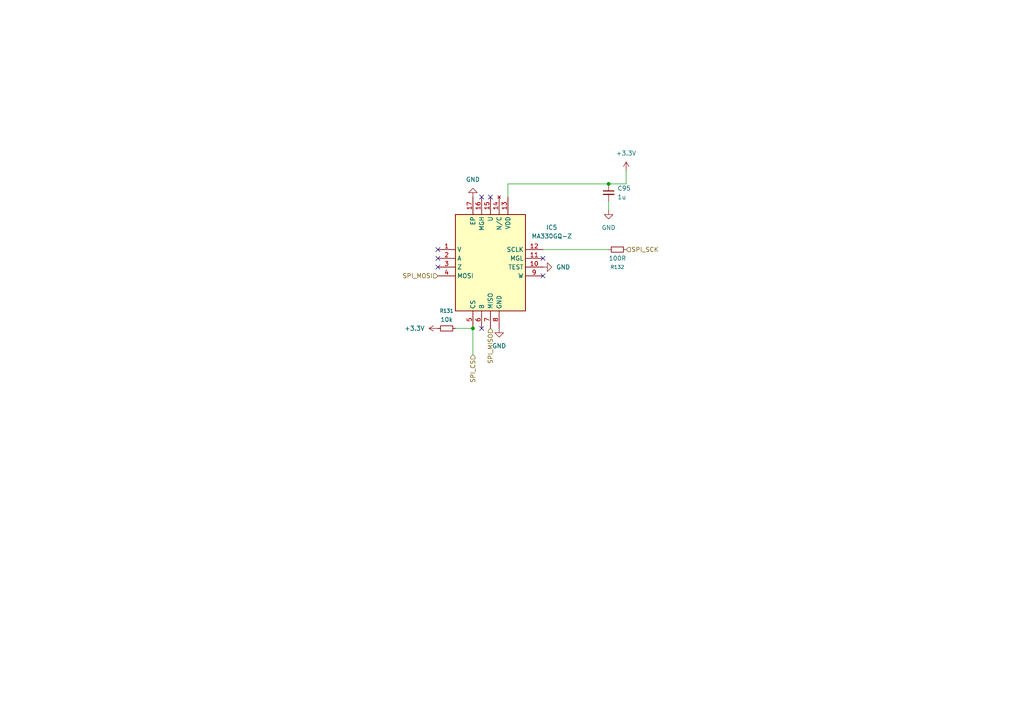
<source format=kicad_sch>
(kicad_sch (version 20250114) (generator "eeschema") (generator_version "9.0")
  (paper "A4")
  (lib_symbols
    (symbol "Device:C_Small" (pin_numbers (hide yes)) (pin_names (offset 0.254) (hide yes))
      (property "Reference" "C" (at 0.254 1.778 0))
      (property "Value" "C_Small" (at 0.254 -2.032 0))
      (symbol "C_Small_0_1"
        (polyline (pts (xy -1.524 0.508) (xy 1.524 0.508)) (stroke (width 0.3048)))
        (polyline (pts (xy -1.524 -0.508) (xy 1.524 -0.508)) (stroke (width 0.3302)))
      )
      (symbol "C_Small_1_1"
        (pin passive line (at 0 2.54 270) (length 2.032) (name "~") (number "1"))
        (pin passive line (at 0 -2.54 90) (length 2.032) (name "~") (number "2"))
      )
    )
    (symbol "Device:R_Small" (pin_numbers (hide yes)) (pin_names (offset 0.254) (hide yes))
      (property "Reference" "R" (at 0 0 90))
      (property "Value" "R_Small" (at 1.778 0 90))
      (symbol "R_Small_0_1"
        (rectangle (start -0.762 1.778) (end 0.762 -1.778) (stroke (width 0.2032)))
      )
      (symbol "R_Small_1_1"
        (pin passive line (at 0 2.54 270) (length 0.762) (name "~") (number "1"))
        (pin passive line (at 0 -2.54 90) (length 0.762) (name "~") (number "2"))
      )
    )
    (symbol "power:+3.3V" (power) (pin_numbers (hide yes)) (pin_names (offset 0) (hide yes))
      (property "Value" "+3.3V" (at 0 3.556 0))
      (symbol "+3.3V_0_1"
        (polyline (pts (xy -0.762 1.27) (xy 0 2.54)))
        (polyline (pts (xy 0 2.54) (xy 0.762 1.27)))
        (polyline (pts (xy 0 0) (xy 0 2.54)))
      )
      (symbol "+3.3V_1_1"
        (pin power_in line (at 0 0 90) (length 0) (name "~") (number "1"))
      )
    )
    (symbol "power:GND" (power) (pin_numbers (hide yes)) (pin_names (offset 0) (hide yes))
      (property "Value" "GND" (at 0 -3.81 0))
      (symbol "GND_0_1"
        (polyline (pts (xy 0 0) (xy 0 -1.27) (xy 1.27 -1.27) (xy 0 -2.54) (xy -1.27 -1.27) (xy 0 -1.27)))
      )
      (symbol "GND_1_1"
        (pin power_in line (at 0 0 270) (length 0) (name "~") (number "1"))
      )
    )
    (symbol "samacsys:MA330GQ-Z"
      (property "Reference" "IC" (at 26.67 15.24 0))
      (property "Value" "MA330GQ-Z" (at 26.67 12.7 0))
      (symbol "MA330GQ-Z_1_1"
        (rectangle (start 5.08 10.16) (end 25.4 -17.78) (stroke (width 0.254)) (fill (type background)))
        (pin passive line (at 0 0 0) (length 5.08) (name "V") (number "1"))
        (pin passive line (at 0 -2.54 0) (length 5.08) (name "A") (number "2"))
        (pin passive line (at 0 -5.08 0) (length 5.08) (name "Z") (number "3"))
        (pin passive line (at 0 -7.62 0) (length 5.08) (name "MOSI") (number "4"))
        (pin passive line (at 10.16 15.24 270) (length 5.08) (name "EP") (number "17"))
        (pin passive line (at 10.16 -22.86 90) (length 5.08) (name "CS") (number "5"))
        (pin passive line (at 12.7 15.24 270) (length 5.08) (name "MGH") (number "16"))
        (pin passive line (at 12.7 -22.86 90) (length 5.08) (name "B") (number "6"))
        (pin passive line (at 15.24 15.24 270) (length 5.08) (name "U") (number "15"))
        (pin passive line (at 15.24 -22.86 90) (length 5.08) (name "MISO") (number "7"))
        (pin no_connect line (at 17.78 15.24 270) (length 5.08) (name "N/C") (number "14"))
        (pin passive line (at 17.78 -22.86 90) (length 5.08) (name "GND") (number "8"))
        (pin passive line (at 20.32 15.24 270) (length 5.08) (name "VDD") (number "13"))
        (pin passive line (at 30.48 0 180) (length 5.08) (name "SCLK") (number "12"))
        (pin passive line (at 30.48 -2.54 180) (length 5.08) (name "MGL") (number "11"))
        (pin passive line (at 30.48 -5.08 180) (length 5.08) (name "TEST") (number "10"))
        (pin passive line (at 30.48 -7.62 180) (length 5.08) (name "W") (number "9"))
      )
    )
  )
  (junction (at 176.53 53.34))
  (junction (at 137.16 95.25))
  (no_connect (at 157.48 74.93))
  (no_connect (at 127 72.39))
  (no_connect (at 157.48 80.01))
  (no_connect (at 127 77.47))
  (no_connect (at 139.7 57.15))
  (no_connect (at 142.24 57.15))
  (no_connect (at 127 74.93))
  (no_connect (at 139.7 95.25))
  (wire (pts (xy 137.16 95.25) (xy 137.16 102.87)))
  (wire (pts (xy 181.61 49.53) (xy 181.61 53.34)))
  (wire (pts (xy 157.48 72.39) (xy 176.53 72.39)))
  (wire (pts (xy 176.53 53.34) (xy 181.61 53.34)))
  (wire (pts (xy 147.32 53.34) (xy 176.53 53.34)))
  (wire (pts (xy 176.53 58.42) (xy 176.53 60.96)))
  (wire (pts (xy 132.08 95.25) (xy 137.16 95.25)))
  (wire (pts (xy 147.32 57.15) (xy 147.32 53.34)))
  (hierarchical_label "SPI_SCK" (shape input) (at 181.61 72.39 0))
  (hierarchical_label "SPI_MOSI" (shape input) (at 127 80.01 180))
  (hierarchical_label "SPI_MISO" (shape input) (at 142.24 95.25 270))
  (hierarchical_label "SPI_CS" (shape input) (at 137.16 102.87 270))
  (symbol (lib_id "samacsys:MA330GQ-Z") (at 127 72.39 0) (unit 1)
    (property "Reference" "IC1" (at 160.02 65.9698 0))
    (property "Value" "MA330GQ-Z" (at 160.02 68.5098 0))
    (property "Footprint" "samacsys:QFN50P300X300X100-17N-D" (effects (hide yes)))
    (property "Datasheet" "https://www.monolithicpower.com/en/documentview/productdocument/index/version/2/document_type/Datasheet/lang/en/sku/MA330/document_id/4695/" (effects (hide yes)))
    (property "Description" "14-Bit Digital Contactless Angle Sensor with ABZ & UVW Incremental Outputs 16-Pin QFN T/R - Tape and Reel" (effects (hide yes)))
    (property "Height" "1" (effects (hide yes)))
    (property "Manufacturer_Name" "Monolithic Power Systems (MPS)" (effects (hide yes)))
    (property "Manufacturer_Part_Number" "MA330GQ-Z" (effects (hide yes)))
    (property "Mouser Part Number" "946-MA330GQ-Z" (effects (hide yes)))
    (property "Mouser Price/Stock" "https://www.mouser.co.uk/ProductDetail/Monolithic-Power-Systems-MPS/MA330GQ-Z?qs=Zz7%252BYVVL6bHPpcm%252B14Y%2FHg%3D%3D" (effects (hide yes)))
    (instances (project "FOC_CONTROLLER_V1" (path "" (reference "IC5") (unit 1)) (path "" (reference "IC1") (unit 1)) (path "" (reference "IC3") (unit 1))))
  )
  (symbol (lib_id "Device:C_Small") (at 176.53 55.88 0) (unit 1)
    (property "Reference" "C10" (at 179.07 54.6162 0) (effects (justify left)))
    (property "Value" "1u" (at 179.07 57.1562 0) (effects (justify left)))
    (property "Footprint" "Capacitor_SMD:C_0402_1005Metric" (effects (hide yes)))
    (property "Description" "Unpolarized capacitor, small symbol" (effects (hide yes)))
    (instances (project "FOC_CONTROLLER_V1" (path "" (reference "C95") (unit 1)) (path "" (reference "C10") (unit 1)) (path "" (reference "C60") (unit 1))))
  )
  (symbol (lib_id "Device:R_Small") (at 129.54 95.25 270) (unit 1)
    (property "Reference" "R37" (at 129.54 90.17 90) (effects (font (size 1.016 1.016))))
    (property "Value" "10k" (at 129.54 92.71 90))
    (property "Footprint" "Resistor_SMD:R_0201_0603Metric_Pad0.64x0.40mm_HandSolder" (effects (hide yes)))
    (property "Description" "Resistor, small symbol" (effects (hide yes)))
    (instances (project "FOC_CONTROLLER_V1" (path "" (reference "R131") (unit 1)) (path "" (reference "R37") (unit 1)) (path "" (reference "R86") (unit 1))))
  )
  (symbol (lib_id "Device:R_Small") (at 179.07 72.39 270) (unit 1)
    (property "Reference" "R40" (at 179.07 77.47 90) (effects (font (size 1.016 1.016))))
    (property "Value" "100R" (at 179.07 74.93 90))
    (property "Footprint" "Resistor_SMD:R_0201_0603Metric_Pad0.64x0.40mm_HandSolder" (effects (hide yes)))
    (property "Description" "Resistor, small symbol" (effects (hide yes)))
    (instances (project "FOC_CONTROLLER_V1" (path "" (reference "R132") (unit 1)) (path "" (reference "R40") (unit 1)) (path "" (reference "R87") (unit 1))))
  )
  (symbol (lib_id "power:GND") (at 144.78 95.25 0) (unit 1)
    (property "Reference" "#PWR018" (effects (hide yes)))
    (property "Value" "GND" (at 144.78 100.33 0))
    (property "Description" "Power symbol creates a global label with name \"GND\" , ground" (effects (hide yes)))
    (instances (project "FOC_CONTROLLER_V1" (path "" (reference "#PWR0135") (unit 1)) (path "" (reference "#PWR018") (unit 1)) (path "" (reference "#PWR084") (unit 1))))
  )
  (symbol (lib_id "power:GND") (at 137.16 57.15 180) (unit 1)
    (property "Reference" "#PWR017" (effects (hide yes)))
    (property "Value" "GND" (at 137.16 52.07 0))
    (property "Description" "Power symbol creates a global label with name \"GND\" , ground" (effects (hide yes)))
    (instances (project "FOC_CONTROLLER_V1" (path "" (reference "#PWR0134") (unit 1)) (path "" (reference "#PWR017") (unit 1)) (path "" (reference "#PWR083") (unit 1))))
  )
  (symbol (lib_id "power:+3.3V") (at 127 95.25 90) (unit 1)
    (property "Reference" "#PWR016" (effects (hide yes)))
    (property "Value" "+3.3V" (at 123.19 95.2499 90) (effects (justify left)))
    (property "Description" "Power symbol creates a global label with name \"+3.3V\"" (effects (hide yes)))
    (instances (project "FOC_CONTROLLER_V1" (path "" (reference "#PWR0133") (unit 1)) (path "" (reference "#PWR016") (unit 1)) (path "" (reference "#PWR082") (unit 1))))
  )
  (symbol (lib_id "power:GND") (at 157.48 77.47 90) (unit 1)
    (property "Reference" "#PWR019" (effects (hide yes)))
    (property "Value" "GND" (at 161.29 77.4699 90) (effects (justify right)))
    (property "Description" "Power symbol creates a global label with name \"GND\" , ground" (effects (hide yes)))
    (instances (project "FOC_CONTROLLER_V1" (path "" (reference "#PWR0136") (unit 1)) (path "" (reference "#PWR019") (unit 1)) (path "" (reference "#PWR085") (unit 1))))
  )
  (symbol (lib_id "power:GND") (at 176.53 60.96 0) (unit 1)
    (property "Reference" "#PWR020" (effects (hide yes)))
    (property "Value" "GND" (at 176.53 66.04 0))
    (property "Description" "Power symbol creates a global label with name \"GND\" , ground" (effects (hide yes)))
    (instances (project "FOC_CONTROLLER_V1" (path "" (reference "#PWR0137") (unit 1)) (path "" (reference "#PWR020") (unit 1)) (path "" (reference "#PWR086") (unit 1))))
  )
  (symbol (lib_id "power:+3.3V") (at 181.61 49.53 0) (unit 1)
    (property "Reference" "#PWR021" (effects (hide yes)))
    (property "Value" "+3.3V" (at 181.61 44.45 0))
    (property "Description" "Power symbol creates a global label with name \"+3.3V\"" (effects (hide yes)))
    (instances (project "FOC_CONTROLLER_V1" (path "" (reference "#PWR0138") (unit 1)) (path "" (reference "#PWR021") (unit 1)) (path "" (reference "#PWR087") (unit 1))))
  )
)
</source>
